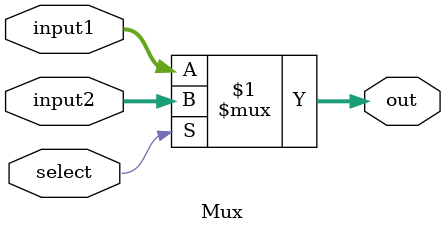
<source format=v>
module instruction_decode(
    input [31:0] instruction, 
    output [4:0] rs1,
    output [4:0] rs2,
    output [4:0] write_addr,
    output [9:0] alu_control, // Updated to 10-bit concatenation
    output [1:0] ALUOp,
    output ALUSrc,
    output RegWrite,
    output MemRead,
    output MemtoReg,
    output MemWrite,
    output Branch,
    output invOp,
    output invFunc,
    output invRegAddr
);
   
    wire [6:0] opcode = instruction[6:0];
    
    assign rs1 = instruction[19:15];
    assign rs2 = instruction[24:20];
    assign write_addr = instruction[11:7];
    assign alu_control = {instruction[31:25], instruction[14:12]};

    // Instantiate the Control Unit
    ControlUnit CU (
        .opcode(opcode),
        .RegWrite(RegWrite),
        .MemtoReg(MemtoReg),
        .ALUSrc(ALUSrc), // Might be used elsewhere
        .MemRead(MemRead),
        .MemWrite(MemWrite),
        .Branch(Branch),
        .ALUOp(ALUOp),
        .invOp(invOp)
    );

endmodule

module ControlUnit (
    input [6:0] opcode,
    output reg RegWrite,
    output reg ALUSrc,
    output reg MemRead,
    output reg MemtoReg,
    output reg MemWrite,
    output reg Branch,
    output reg [1:0] ALUOp,
    output reg invOp  // Flag for invalid opcode
);
    
    always @(*) begin
        // Default values
        RegWrite = 0;
        ALUSrc   = 0;
        MemRead  = 0;
        MemtoReg = 0;
        MemWrite = 0;
        Branch   = 0;
        ALUOp    = 2'b00;
        invOp    = 0;  // Assume opcode is valid

        case (opcode)
            7'b0110011: begin  // R-type
                RegWrite = 1;
                ALUOp    = 2'b10;
            end
            7'b0000011: begin  // Load (LW)
                RegWrite = 1;
                ALUSrc   = 1;
                MemRead  = 1;
                MemtoReg = 1;
            end
            7'b0100011: begin  // Store (SW)
                ALUSrc   = 1;
                MemWrite = 1;
            end
            7'b1100011: begin  // Branch (BEQ)
                Branch   = 1;
                ALUOp    = 2'b01;
            end
            default: begin  // Invalid opcode detected
                invOp = 1;
            end
        endcase
    end
endmodule


module ID_EX_Reg (
    input wire clk,
    input wire rst,
    input wire [63:0] pc_in,
    input wire [63:0] read_data1_in,
    input wire [63:0] read_data2_in,
    input wire [63:0] imm_val_in,
    input wire [4:0] write_reg_in,
    input wire [9:0] alu_control_in,
    input wire alusrc_in,
    input wire branch_in,
    input wire memwrite_in,
    input wire memread_in,
    input wire memtoreg_in,
    input wire regwrite_in,
    input wire [1:0] alu_op_in,
    input wire [4:0] register_rs1_in,
    input wire [4:0] register_rs2_in,
    input wire [31:0] instruction_in,

    output reg [63:0] pc_out,
    output reg [63:0] read_data1_out,
    output reg [63:0] read_data2_out,
    output reg [63:0] imm_val_out,
    output reg [4:0] write_reg_out,
    output reg [9:0] alu_control_out,
    output reg alusrc_out,
    output reg branch_out,
    output reg memwrite_out,
    output reg memread_out,
    output reg memtoreg_out,
    output reg regwrite_out,
    output reg [4:0] register_rs1_out,
    output reg [4:0] register_rs2_out,
    output reg [1:0] alu_op_out,
    output reg [31:0] instruction_out

);
always @(posedge clk or posedge rst) begin
    if (rst) begin
        pc_out         <= 64'b0;
        read_data1_out <= 32'b0;
        read_data2_out <= 32'b0;
        imm_val_out    <= 64'b0;
        write_reg_out  <= 5'b0;
        alu_control_out <= 10'b0;
        alusrc_out     <= 1'b0;
        branch_out     <= 1'b0;
        memwrite_out   <= 1'b0;
        memread_out    <= 1'b0;
        memtoreg_out   <= 1'b0;
        regwrite_out   <= 1'b0;
        register_rs1_out <= 5'b0;
        register_rs2_out <= 5'b0;
        alu_op_out <= 2'b0;
        instruction_out <= 32'b0;
    end else begin
        pc_out         <= pc_in;
        read_data1_out <= read_data1_in;
        read_data2_out <= read_data2_in;
        imm_val_out    <= imm_val_in;
        write_reg_out  <= write_reg_in;
        alu_control_out <= alu_control_in;
        alusrc_out     <= alusrc_in;
        branch_out     <= branch_in;
        memwrite_out   <= memwrite_in;
        memread_out    <= memread_in;
        memtoreg_out   <= memtoreg_in;
        regwrite_out   <= regwrite_in;
        register_rs1_out <= register_rs1_in;
        register_rs2_out <= register_rs2_in;
        alu_op_out <= alu_op_in;
        instruction_out <= instruction_in;
    end
end

endmodule

module Mux(
    input [63:0] input1,
    input [63:0] input2,
    input select,
    output [63:0] out
);
    assign out = select ? input2 : input1;
endmodule


</source>
